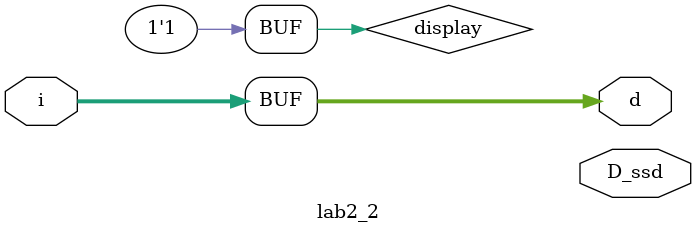
<source format=v>
`timescale 1ns / 1ps
module lab2_2(
		i,
		D_ssd, 
		d
    );

    input [3:0] i;
	 output [14:0] D_ssd;
	 output [3:0] d;
	 
	 reg [14:0] D_ssd;
	 wire [3:0] d;

    assign d[3]=i[3];
	 assign d[2]=i[2];
	 assign d[1]=i[1];
	 assign d[0]=i[0];

	always @(bcd)
	case (bcd)
	4'd0: display =15'b0000_0011_1111_111;//0
	4'd0: display =15'b1111_1111_1011_011;//1
	4'd0: display =15'b0010_0100_1111_111;//2
	4'd0: display =15'b0000_1100_1111_111;//3
	4'd0: display =15'b1001_1000_1111_111;//4
	4'd0: display =15'b0100_1000_1111_111;//5
	4'd0: display =15'b0100_0000_1111_111;//6
	4'd0: display =15'b0001_1111_1111_111;//7
	4'd0: display =15'b0000_0000_1111_111;//8
	4'd0: display =15'b0000_1000_1111_111;//9
	default: display =15'b0111_0000_1111_111;//F
	endcase
	
endmodule


</source>
